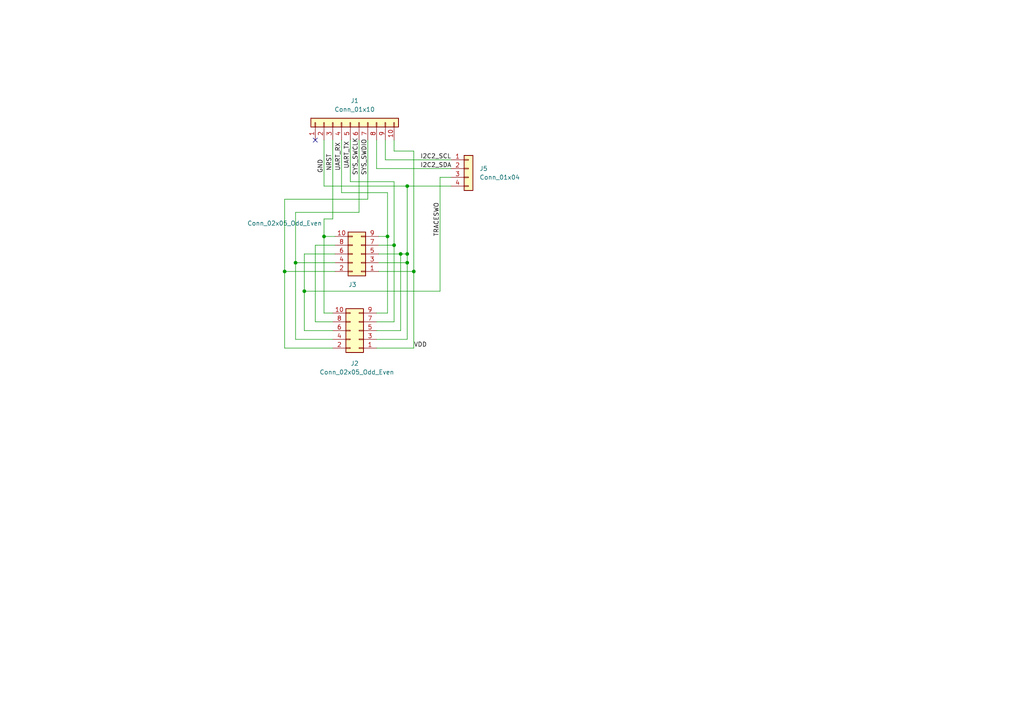
<source format=kicad_sch>
(kicad_sch (version 20211123) (generator eeschema)
  (paper "A4")
  (lib_symbols
    (symbol "Connector_Generic:Conn_01x04" (pin_names (offset 1.016) hide)
      (property "Reference" "J" (at 0 5.08 0))
      (property "Value" "Conn_01x04" (at 0 -7.62 0))
      (symbol "Conn_01x04_1_1"
        (rectangle (start -1.27 -4.953) (end 0 -5.207) (stroke (width 0.1524)))
        (rectangle (start -1.27 -2.413) (end 0 -2.667) (stroke (width 0.1524)))
        (rectangle (start -1.27 0.127) (end 0 -0.127) (stroke (width 0.1524)))
        (rectangle (start -1.27 2.667) (end 0 2.413) (stroke (width 0.1524)))
        (rectangle (start -1.27 3.81) (end 1.27 -6.35) (stroke (width 0.254)) (fill (type background)))
        (pin passive line (at -5.08 2.54 0) (length 3.81) (name "Pin_1") (number "1"))
        (pin passive line (at -5.08 0 0) (length 3.81) (name "Pin_2") (number "2"))
        (pin passive line (at -5.08 -2.54 0) (length 3.81) (name "Pin_3") (number "3"))
        (pin passive line (at -5.08 -5.08 0) (length 3.81) (name "Pin_4") (number "4"))
      )
    )
    (symbol "Connector_Generic:Conn_01x10" (pin_names (offset 1.016) hide)
      (property "Reference" "J" (at 0 12.7 0))
      (property "Value" "Conn_01x10" (at 0 -15.24 0))
      (symbol "Conn_01x10_1_1"
        (rectangle (start -1.27 -12.573) (end 0 -12.827) (stroke (width 0.1524)))
        (rectangle (start -1.27 -10.033) (end 0 -10.287) (stroke (width 0.1524)))
        (rectangle (start -1.27 -7.493) (end 0 -7.747) (stroke (width 0.1524)))
        (rectangle (start -1.27 -4.953) (end 0 -5.207) (stroke (width 0.1524)))
        (rectangle (start -1.27 -2.413) (end 0 -2.667) (stroke (width 0.1524)))
        (rectangle (start -1.27 0.127) (end 0 -0.127) (stroke (width 0.1524)))
        (rectangle (start -1.27 2.667) (end 0 2.413) (stroke (width 0.1524)))
        (rectangle (start -1.27 5.207) (end 0 4.953) (stroke (width 0.1524)))
        (rectangle (start -1.27 7.747) (end 0 7.493) (stroke (width 0.1524)))
        (rectangle (start -1.27 10.287) (end 0 10.033) (stroke (width 0.1524)))
        (rectangle (start -1.27 11.43) (end 1.27 -13.97) (stroke (width 0.254)) (fill (type background)))
        (pin passive line (at -5.08 10.16 0) (length 3.81) (name "Pin_1") (number "1"))
        (pin passive line (at -5.08 -12.7 0) (length 3.81) (name "Pin_10") (number "10"))
        (pin passive line (at -5.08 7.62 0) (length 3.81) (name "Pin_2") (number "2"))
        (pin passive line (at -5.08 5.08 0) (length 3.81) (name "Pin_3") (number "3"))
        (pin passive line (at -5.08 2.54 0) (length 3.81) (name "Pin_4") (number "4"))
        (pin passive line (at -5.08 0 0) (length 3.81) (name "Pin_5") (number "5"))
        (pin passive line (at -5.08 -2.54 0) (length 3.81) (name "Pin_6") (number "6"))
        (pin passive line (at -5.08 -5.08 0) (length 3.81) (name "Pin_7") (number "7"))
        (pin passive line (at -5.08 -7.62 0) (length 3.81) (name "Pin_8") (number "8"))
        (pin passive line (at -5.08 -10.16 0) (length 3.81) (name "Pin_9") (number "9"))
      )
    )
    (symbol "Connector_Generic:Conn_02x05_Odd_Even" (pin_names (offset 1.016) hide)
      (property "Reference" "J" (at 1.27 7.62 0))
      (property "Value" "Conn_02x05_Odd_Even" (at 1.27 -7.62 0))
      (symbol "Conn_02x05_Odd_Even_1_1"
        (rectangle (start -1.27 -4.953) (end 0 -5.207) (stroke (width 0.1524)))
        (rectangle (start -1.27 -2.413) (end 0 -2.667) (stroke (width 0.1524)))
        (rectangle (start -1.27 0.127) (end 0 -0.127) (stroke (width 0.1524)))
        (rectangle (start -1.27 2.667) (end 0 2.413) (stroke (width 0.1524)))
        (rectangle (start -1.27 5.207) (end 0 4.953) (stroke (width 0.1524)))
        (rectangle (start -1.27 6.35) (end 3.81 -6.35) (stroke (width 0.254)) (fill (type background)))
        (rectangle (start 3.81 -4.953) (end 2.54 -5.207) (stroke (width 0.1524)))
        (rectangle (start 3.81 -2.413) (end 2.54 -2.667) (stroke (width 0.1524)))
        (rectangle (start 3.81 0.127) (end 2.54 -0.127) (stroke (width 0.1524)))
        (rectangle (start 3.81 2.667) (end 2.54 2.413) (stroke (width 0.1524)))
        (rectangle (start 3.81 5.207) (end 2.54 4.953) (stroke (width 0.1524)))
        (pin passive line (at -5.08 5.08 0) (length 3.81) (name "Pin_1") (number "1"))
        (pin passive line (at 7.62 -5.08 180) (length 3.81) (name "Pin_10") (number "10"))
        (pin passive line (at 7.62 5.08 180) (length 3.81) (name "Pin_2") (number "2"))
        (pin passive line (at -5.08 2.54 0) (length 3.81) (name "Pin_3") (number "3"))
        (pin passive line (at 7.62 2.54 180) (length 3.81) (name "Pin_4") (number "4"))
        (pin passive line (at -5.08 0 0) (length 3.81) (name "Pin_5") (number "5"))
        (pin passive line (at 7.62 0 180) (length 3.81) (name "Pin_6") (number "6"))
        (pin passive line (at -5.08 -2.54 0) (length 3.81) (name "Pin_7") (number "7"))
        (pin passive line (at 7.62 -2.54 180) (length 3.81) (name "Pin_8") (number "8"))
        (pin passive line (at -5.08 -5.08 0) (length 3.81) (name "Pin_9") (number "9"))
      )
    )
  )
  (junction (at 93.98 68.58))
  (junction (at 82.55 78.74))
  (junction (at 118.11 53.975))
  (junction (at 114.3 71.12))
  (junction (at 112.395 68.58))
  (junction (at 118.11 76.2))
  (junction (at 85.725 76.2))
  (junction (at 118.11 73.66))
  (junction (at 120.015 78.74))
  (junction (at 88.265 84.455))
  (junction (at 116.205 73.66))
  (no_connect (at 91.44 40.64))
  (wire (pts (xy 109.855 76.2) (xy 118.11 76.2)))
  (wire (pts (xy 97.155 68.58) (xy 93.98 68.58)))
  (wire (pts (xy 91.44 93.345) (xy 91.44 71.12)))
  (wire (pts (xy 88.265 95.885) (xy 88.265 84.455)))
  (wire (pts (xy 88.265 84.455) (xy 88.265 73.66)))
  (wire (pts (xy 101.6 40.64) (xy 101.6 52.705)))
  (wire (pts (xy 96.52 95.885) (xy 88.265 95.885)))
  (wire (pts (xy 96.52 40.64) (xy 96.52 63.5)))
  (wire (pts (xy 112.395 68.58) (xy 112.395 90.805)))
  (wire (pts (xy 109.22 95.885) (xy 116.205 95.885)))
  (wire (pts (xy 112.395 55.88) (xy 99.06 55.88)))
  (wire (pts (xy 88.265 73.66) (xy 97.155 73.66)))
  (wire (pts (xy 114.3 71.12) (xy 109.855 71.12)))
  (wire (pts (xy 85.725 98.425) (xy 96.52 98.425)))
  (wire (pts (xy 96.52 100.965) (xy 82.55 100.965)))
  (wire (pts (xy 116.205 73.66) (xy 109.855 73.66)))
  (wire (pts (xy 118.11 76.2) (xy 118.11 98.425)))
  (wire (pts (xy 109.22 100.965) (xy 120.015 100.965)))
  (wire (pts (xy 116.205 73.66) (xy 118.11 73.66)))
  (wire (pts (xy 114.3 40.64) (xy 114.3 43.815)))
  (wire (pts (xy 82.55 78.74) (xy 97.155 78.74)))
  (wire (pts (xy 93.98 63.5) (xy 93.98 68.58)))
  (wire (pts (xy 114.3 93.345) (xy 114.3 71.12)))
  (wire (pts (xy 120.015 78.74) (xy 120.015 43.815)))
  (wire (pts (xy 118.11 73.66) (xy 118.11 53.975)))
  (wire (pts (xy 82.55 100.965) (xy 82.55 78.74)))
  (wire (pts (xy 118.11 53.975) (xy 130.81 53.975)))
  (wire (pts (xy 114.3 71.12) (xy 114.3 52.705)))
  (wire (pts (xy 96.52 63.5) (xy 93.98 63.5)))
  (wire (pts (xy 130.81 46.355) (xy 111.76 46.355)))
  (wire (pts (xy 91.44 71.12) (xy 97.155 71.12)))
  (wire (pts (xy 127.635 84.455) (xy 127.635 51.435)))
  (wire (pts (xy 120.015 100.965) (xy 120.015 78.74)))
  (wire (pts (xy 109.855 68.58) (xy 112.395 68.58)))
  (wire (pts (xy 112.395 90.805) (xy 109.22 90.805)))
  (wire (pts (xy 104.14 61.595) (xy 85.725 61.595)))
  (wire (pts (xy 118.11 98.425) (xy 109.22 98.425)))
  (wire (pts (xy 82.55 57.785) (xy 106.68 57.785)))
  (wire (pts (xy 118.11 53.975) (xy 93.98 53.975)))
  (wire (pts (xy 111.76 46.355) (xy 111.76 40.64)))
  (wire (pts (xy 85.725 76.2) (xy 85.725 98.425)))
  (wire (pts (xy 109.22 48.895) (xy 130.81 48.895)))
  (wire (pts (xy 120.015 43.815) (xy 114.3 43.815)))
  (wire (pts (xy 112.395 68.58) (xy 112.395 55.88)))
  (wire (pts (xy 96.52 93.345) (xy 91.44 93.345)))
  (wire (pts (xy 85.725 61.595) (xy 85.725 76.2)))
  (wire (pts (xy 99.06 55.88) (xy 99.06 40.64)))
  (wire (pts (xy 109.22 93.345) (xy 114.3 93.345)))
  (wire (pts (xy 93.98 90.805) (xy 96.52 90.805)))
  (wire (pts (xy 116.205 95.885) (xy 116.205 73.66)))
  (wire (pts (xy 93.98 53.975) (xy 93.98 40.64)))
  (wire (pts (xy 82.55 78.74) (xy 82.55 57.785)))
  (wire (pts (xy 88.265 84.455) (xy 127.635 84.455)))
  (wire (pts (xy 109.22 40.64) (xy 109.22 48.895)))
  (wire (pts (xy 93.98 68.58) (xy 93.98 90.805)))
  (wire (pts (xy 106.68 57.785) (xy 106.68 40.64)))
  (wire (pts (xy 97.155 76.2) (xy 85.725 76.2)))
  (wire (pts (xy 118.11 76.2) (xy 118.11 73.66)))
  (wire (pts (xy 120.015 78.74) (xy 109.855 78.74)))
  (wire (pts (xy 114.3 52.705) (xy 101.6 52.705)))
  (wire (pts (xy 104.14 40.64) (xy 104.14 61.595)))
  (wire (pts (xy 127.635 51.435) (xy 130.81 51.435)))
  (label "SYS_SWDIO" (at 106.68 50.8 90))
  (label "I2C2_SDA" (at 121.92 48.895 0))
  (label "TRACESWO" (at 127.635 68.58 90))
  (label "I2C2_SCL" (at 121.92 46.355 0))
  (label "NRST" (at 96.52 49.53 90))
  (label "UART_TX" (at 101.6 48.895 90))
  (label "GND" (at 93.98 50.165 90))
  (label "SYS_SWCLK" (at 104.14 50.8 90))
  (label "UART_RX" (at 99.06 49.53 90))
  (label "VDD" (at 120.015 100.965 0))
  (symbol (lib_id "Connector_Generic:Conn_01x04") (at 135.89 48.895 0) (unit 1)
    (property "Reference" "J5" (at 139.065 48.8949 0) (effects (justify left)))
    (property "Value" "Conn_01x04" (at 139.065 51.4349 0) (effects (justify left)))
    (property "Footprint" "Connector_PinHeader_2.54mm:PinHeader_1x04_P2.54mm_Vertical" (effects hide))
  )
  (symbol (lib_id "Connector_Generic:Conn_02x05_Odd_Even") (at 104.775 73.66 180) (unit 1)
    (property "Reference" "J3" (at 102.235 82.55 0))
    (property "Value" "Conn_02x05_Odd_Even" (at 82.55 64.77 0))
    (property "Footprint" "Connector_PinHeader_1.27mm:PinHeader_2x05_P1.27mm_Vertical" (effects hide))
  )
  (symbol (lib_id "Connector_Generic:Conn_01x10") (at 101.6 35.56 90) (unit 1)
    (property "Reference" "J1" (at 102.87 29.21 90))
    (property "Value" "Conn_01x10" (at 102.87 31.75 90))
    (property "Footprint" "WiRoc:FPC-Connector_1x10-1MP_P0.5mm_Horizontal" (effects hide))
  )
  (symbol (lib_id "Connector_Generic:Conn_02x05_Odd_Even") (at 104.14 95.885 180) (unit 1)
    (property "Reference" "J2" (at 102.87 105.41 0))
    (property "Value" "Conn_02x05_Odd_Even" (at 103.505 107.95 0))
    (property "Footprint" "Connector_PinHeader_1.27mm:PinHeader_2x05_P1.27mm_Vertical" (effects hide))
  )
)
</source>
